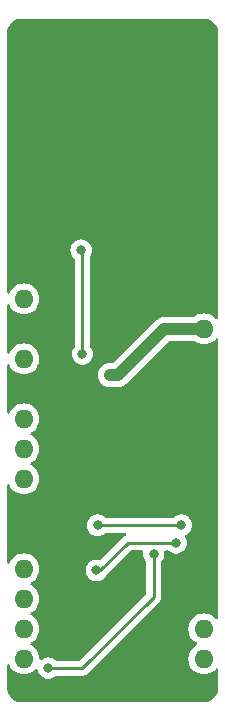
<source format=gbr>
%TF.GenerationSoftware,KiCad,Pcbnew,(6.0.11)*%
%TF.CreationDate,2023-03-05T00:30:33+01:00*%
%TF.ProjectId,gateway-nano-E01-ml01sp4,67617465-7761-4792-9d6e-616e6f2d4530,rev?*%
%TF.SameCoordinates,Original*%
%TF.FileFunction,Copper,L1,Top*%
%TF.FilePolarity,Positive*%
%FSLAX46Y46*%
G04 Gerber Fmt 4.6, Leading zero omitted, Abs format (unit mm)*
G04 Created by KiCad (PCBNEW (6.0.11)) date 2023-03-05 00:30:33*
%MOMM*%
%LPD*%
G01*
G04 APERTURE LIST*
%TA.AperFunction,ComponentPad*%
%ADD10O,1.600000X1.600000*%
%TD*%
%TA.AperFunction,ViaPad*%
%ADD11C,1.000000*%
%TD*%
%TA.AperFunction,ViaPad*%
%ADD12C,0.800000*%
%TD*%
%TA.AperFunction,Conductor*%
%ADD13C,0.250000*%
%TD*%
%TA.AperFunction,Conductor*%
%ADD14C,1.000000*%
%TD*%
G04 APERTURE END LIST*
D10*
%TO.P,A1,29,GND*%
%TO.N,GND*%
X130175000Y-88900000D03*
%TO.P,A1,27,+5V*%
%TO.N,+5V*%
X130175000Y-93980000D03*
%TO.P,A1,17,3V3*%
%TO.N,+3.3V*%
X130175000Y-119380000D03*
%TO.P,A1,16,D13*%
%TO.N,sck-nano*%
X130175000Y-121920000D03*
%TO.P,A1,15,D12*%
%TO.N,miso*%
X114935000Y-121920000D03*
%TO.P,A1,14,D11*%
%TO.N,mosi-nano*%
X114935000Y-119380000D03*
%TO.P,A1,13,D10*%
%TO.N,csn-nano*%
X114935000Y-116840000D03*
%TO.P,A1,12,D9*%
%TO.N,ce-nano*%
X114935000Y-114300000D03*
%TO.P,A1,9,D6*%
%TO.N,ledred*%
X114935000Y-106680000D03*
%TO.P,A1,8,D5*%
%TO.N,ledyellow*%
X114935000Y-104140000D03*
%TO.P,A1,7,D4*%
%TO.N,ledgreen*%
X114935000Y-101600000D03*
%TO.P,A1,5,D2*%
%TO.N,irq*%
X114935000Y-96520000D03*
%TO.P,A1,4,GND*%
%TO.N,GND*%
X114935000Y-93980000D03*
%TO.P,A1,3,~{RESET}*%
%TO.N,inclusion*%
X114935000Y-91440000D03*
%TD*%
D11*
%TO.N,GND*%
X120900000Y-120000000D03*
X120900000Y-116200000D03*
X121000000Y-112600000D03*
X118100000Y-83300000D03*
X117100000Y-72500000D03*
X128000000Y-72400000D03*
X114800000Y-124500000D03*
X122300000Y-124500000D03*
X130100000Y-124500000D03*
D12*
%TO.N,irq*%
X119900000Y-96100000D03*
X119788274Y-87311726D03*
%TO.N,ce-e01*%
X128274500Y-110600000D03*
X121188000Y-110605000D03*
%TO.N,csn-e01*%
X121073000Y-114427000D03*
X127824500Y-112100000D03*
%TO.N,miso*%
X125925500Y-113025500D03*
X117000000Y-122700000D03*
%TO.N,+5V*%
X122200000Y-97900000D03*
D11*
%TO.N,GND*%
X124500000Y-121920000D03*
%TD*%
D13*
%TO.N,miso*%
X125925500Y-113025500D02*
X125925500Y-116674500D01*
X119900000Y-122700000D02*
X117000000Y-122700000D01*
X125925500Y-116674500D02*
X119900000Y-122700000D01*
%TO.N,ce-e01*%
X128274500Y-110600000D02*
X125774500Y-110600000D01*
X125757500Y-110617000D02*
X121200000Y-110617000D01*
X125774500Y-110600000D02*
X125757500Y-110617000D01*
X121200000Y-110617000D02*
X121188000Y-110605000D01*
D14*
%TO.N,+5V*%
X122200000Y-97900000D02*
X122900000Y-97900000D01*
X126820000Y-93980000D02*
X130175000Y-93980000D01*
X122900000Y-97900000D02*
X126820000Y-93980000D01*
D13*
%TO.N,irq*%
X119900000Y-96100000D02*
X119900000Y-87423452D01*
X119900000Y-87423452D02*
X119788274Y-87311726D01*
%TO.N,csn-e01*%
X121073000Y-114427000D02*
X121412000Y-114427000D01*
X121412000Y-114427000D02*
X123739000Y-112100000D01*
X123739000Y-112100000D02*
X127824500Y-112100000D01*
%TD*%
%TA.AperFunction,Conductor*%
%TO.N,GND*%
G36*
X130130361Y-67710001D02*
G01*
X130154055Y-67713691D01*
X130168123Y-67711852D01*
X130194342Y-67711178D01*
X130200643Y-67711674D01*
X130345141Y-67723050D01*
X130364668Y-67726143D01*
X130493797Y-67757147D01*
X130535288Y-67767109D01*
X130554086Y-67773216D01*
X130716209Y-67840375D01*
X130733813Y-67849345D01*
X130883433Y-67941038D01*
X130899417Y-67952651D01*
X131032846Y-68066615D01*
X131046825Y-68080595D01*
X131160781Y-68214029D01*
X131172401Y-68230023D01*
X131264078Y-68379633D01*
X131273054Y-68397250D01*
X131300385Y-68463235D01*
X131340203Y-68559371D01*
X131346308Y-68578165D01*
X131387267Y-68748790D01*
X131390359Y-68768311D01*
X131401700Y-68912461D01*
X131401072Y-68929002D01*
X131401282Y-68929005D01*
X131401172Y-68937981D01*
X131399791Y-68946851D01*
X131400955Y-68955753D01*
X131403919Y-68978426D01*
X131404982Y-68994760D01*
X131404982Y-93056959D01*
X131384980Y-93125080D01*
X131331324Y-93171573D01*
X131261050Y-93181677D01*
X131196470Y-93152183D01*
X131183548Y-93139056D01*
X131181198Y-93135700D01*
X131019300Y-92973802D01*
X131014792Y-92970645D01*
X131014789Y-92970643D01*
X130936611Y-92915902D01*
X130831749Y-92842477D01*
X130826767Y-92840154D01*
X130826762Y-92840151D01*
X130629225Y-92748039D01*
X130629224Y-92748039D01*
X130624243Y-92745716D01*
X130618935Y-92744294D01*
X130618933Y-92744293D01*
X130408402Y-92687881D01*
X130408400Y-92687881D01*
X130403087Y-92686457D01*
X130175000Y-92666502D01*
X129946913Y-92686457D01*
X129941600Y-92687881D01*
X129941598Y-92687881D01*
X129731067Y-92744293D01*
X129731065Y-92744294D01*
X129725757Y-92745716D01*
X129720776Y-92748039D01*
X129720775Y-92748039D01*
X129523238Y-92840151D01*
X129523233Y-92840154D01*
X129518251Y-92842477D01*
X129375708Y-92942287D01*
X129366531Y-92948713D01*
X129294260Y-92971500D01*
X126881842Y-92971500D01*
X126868235Y-92970763D01*
X126836737Y-92967341D01*
X126836732Y-92967341D01*
X126830611Y-92966676D01*
X126812611Y-92968251D01*
X126780609Y-92971050D01*
X126775784Y-92971379D01*
X126773313Y-92971500D01*
X126770231Y-92971500D01*
X126747763Y-92973703D01*
X126727489Y-92975691D01*
X126726174Y-92975813D01*
X126693913Y-92978636D01*
X126633587Y-92983913D01*
X126628468Y-92985400D01*
X126623167Y-92985920D01*
X126534166Y-93012791D01*
X126533033Y-93013126D01*
X126449586Y-93037370D01*
X126449582Y-93037372D01*
X126443664Y-93039091D01*
X126438932Y-93041544D01*
X126433831Y-93043084D01*
X126428388Y-93045978D01*
X126351740Y-93086731D01*
X126350574Y-93087343D01*
X126277774Y-93125080D01*
X126268074Y-93130108D01*
X126263911Y-93133431D01*
X126259204Y-93135934D01*
X126187082Y-93194755D01*
X126186226Y-93195446D01*
X126147027Y-93226738D01*
X126144523Y-93229242D01*
X126143805Y-93229884D01*
X126139472Y-93233585D01*
X126105938Y-93260935D01*
X126102011Y-93265682D01*
X126102009Y-93265684D01*
X126076713Y-93296262D01*
X126068723Y-93305042D01*
X122519171Y-96854595D01*
X122456859Y-96888621D01*
X122430076Y-96891500D01*
X122150231Y-96891500D01*
X122147175Y-96891800D01*
X122147168Y-96891800D01*
X122088660Y-96897537D01*
X122003167Y-96905920D01*
X121997266Y-96907702D01*
X121997264Y-96907702D01*
X121923947Y-96929838D01*
X121813831Y-96963084D01*
X121639204Y-97055934D01*
X121552938Y-97126291D01*
X121490713Y-97177040D01*
X121490710Y-97177043D01*
X121485938Y-97180935D01*
X121482011Y-97185682D01*
X121482009Y-97185684D01*
X121363799Y-97328575D01*
X121363797Y-97328579D01*
X121359870Y-97333325D01*
X121265802Y-97507299D01*
X121207318Y-97696232D01*
X121206674Y-97702357D01*
X121206674Y-97702358D01*
X121201217Y-97754284D01*
X121186645Y-97892925D01*
X121204570Y-98089888D01*
X121260410Y-98279619D01*
X121352040Y-98454890D01*
X121475968Y-98609025D01*
X121480692Y-98612989D01*
X121487933Y-98619065D01*
X121627474Y-98736154D01*
X121632872Y-98739121D01*
X121632877Y-98739125D01*
X121730253Y-98792657D01*
X121800787Y-98831433D01*
X121806654Y-98833294D01*
X121806656Y-98833295D01*
X121983436Y-98889373D01*
X121989306Y-98891235D01*
X122143227Y-98908500D01*
X122838157Y-98908500D01*
X122851764Y-98909237D01*
X122883262Y-98912659D01*
X122883267Y-98912659D01*
X122889388Y-98913324D01*
X122915638Y-98911027D01*
X122939388Y-98908950D01*
X122944214Y-98908621D01*
X122946686Y-98908500D01*
X122949769Y-98908500D01*
X122961738Y-98907326D01*
X122992506Y-98904310D01*
X122993819Y-98904188D01*
X123038084Y-98900315D01*
X123086413Y-98896087D01*
X123091532Y-98894600D01*
X123096833Y-98894080D01*
X123185834Y-98867209D01*
X123186967Y-98866874D01*
X123270414Y-98842630D01*
X123270418Y-98842628D01*
X123276336Y-98840909D01*
X123281068Y-98838456D01*
X123286169Y-98836916D01*
X123302060Y-98828467D01*
X123368260Y-98793269D01*
X123369426Y-98792657D01*
X123446453Y-98752729D01*
X123451926Y-98749892D01*
X123456089Y-98746569D01*
X123460796Y-98744066D01*
X123532918Y-98685245D01*
X123533774Y-98684554D01*
X123572973Y-98653262D01*
X123575477Y-98650758D01*
X123576195Y-98650116D01*
X123580528Y-98646415D01*
X123614062Y-98619065D01*
X123643288Y-98583737D01*
X123651277Y-98574958D01*
X127200829Y-95025405D01*
X127263141Y-94991379D01*
X127289924Y-94988500D01*
X129294260Y-94988500D01*
X129366531Y-95011287D01*
X129518251Y-95117523D01*
X129523233Y-95119846D01*
X129523238Y-95119849D01*
X129720775Y-95211961D01*
X129725757Y-95214284D01*
X129731065Y-95215706D01*
X129731067Y-95215707D01*
X129941598Y-95272119D01*
X129941600Y-95272119D01*
X129946913Y-95273543D01*
X130175000Y-95293498D01*
X130403087Y-95273543D01*
X130408400Y-95272119D01*
X130408402Y-95272119D01*
X130618933Y-95215707D01*
X130618935Y-95215706D01*
X130624243Y-95214284D01*
X130629225Y-95211961D01*
X130826762Y-95119849D01*
X130826767Y-95119846D01*
X130831749Y-95117523D01*
X130963307Y-95025405D01*
X131014789Y-94989357D01*
X131014792Y-94989355D01*
X131019300Y-94986198D01*
X131181198Y-94824300D01*
X131183050Y-94821655D01*
X131241577Y-94782721D01*
X131312564Y-94781599D01*
X131372890Y-94819033D01*
X131403400Y-94883140D01*
X131404982Y-94903041D01*
X131404982Y-118456959D01*
X131384980Y-118525080D01*
X131331324Y-118571573D01*
X131261050Y-118581677D01*
X131196470Y-118552183D01*
X131183548Y-118539056D01*
X131181198Y-118535700D01*
X131019300Y-118373802D01*
X131014792Y-118370645D01*
X131014789Y-118370643D01*
X130936611Y-118315902D01*
X130831749Y-118242477D01*
X130826767Y-118240154D01*
X130826762Y-118240151D01*
X130629225Y-118148039D01*
X130629224Y-118148039D01*
X130624243Y-118145716D01*
X130618935Y-118144294D01*
X130618933Y-118144293D01*
X130408402Y-118087881D01*
X130408400Y-118087881D01*
X130403087Y-118086457D01*
X130175000Y-118066502D01*
X129946913Y-118086457D01*
X129941600Y-118087881D01*
X129941598Y-118087881D01*
X129731067Y-118144293D01*
X129731065Y-118144294D01*
X129725757Y-118145716D01*
X129720776Y-118148039D01*
X129720775Y-118148039D01*
X129523238Y-118240151D01*
X129523233Y-118240154D01*
X129518251Y-118242477D01*
X129413389Y-118315902D01*
X129335211Y-118370643D01*
X129335208Y-118370645D01*
X129330700Y-118373802D01*
X129168802Y-118535700D01*
X129037477Y-118723251D01*
X129035154Y-118728233D01*
X129035151Y-118728238D01*
X129000044Y-118803527D01*
X128940716Y-118930757D01*
X128881457Y-119151913D01*
X128861502Y-119380000D01*
X128881457Y-119608087D01*
X128940716Y-119829243D01*
X128943039Y-119834224D01*
X128943039Y-119834225D01*
X129035151Y-120031762D01*
X129035154Y-120031767D01*
X129037477Y-120036749D01*
X129168802Y-120224300D01*
X129330700Y-120386198D01*
X129335208Y-120389355D01*
X129335211Y-120389357D01*
X129413389Y-120444098D01*
X129518251Y-120517523D01*
X129523233Y-120519846D01*
X129523238Y-120519849D01*
X129557457Y-120535805D01*
X129610742Y-120582722D01*
X129630203Y-120650999D01*
X129609661Y-120718959D01*
X129557457Y-120764195D01*
X129523238Y-120780151D01*
X129523233Y-120780154D01*
X129518251Y-120782477D01*
X129413389Y-120855902D01*
X129335211Y-120910643D01*
X129335208Y-120910645D01*
X129330700Y-120913802D01*
X129168802Y-121075700D01*
X129037477Y-121263251D01*
X129035154Y-121268233D01*
X129035151Y-121268238D01*
X129000044Y-121343527D01*
X128940716Y-121470757D01*
X128881457Y-121691913D01*
X128861502Y-121920000D01*
X128881457Y-122148087D01*
X128940716Y-122369243D01*
X128943039Y-122374224D01*
X128943039Y-122374225D01*
X129035151Y-122571762D01*
X129035154Y-122571767D01*
X129037477Y-122576749D01*
X129040634Y-122581257D01*
X129123779Y-122700000D01*
X129168802Y-122764300D01*
X129330700Y-122926198D01*
X129335208Y-122929355D01*
X129335211Y-122929357D01*
X129413389Y-122984098D01*
X129518251Y-123057523D01*
X129523233Y-123059846D01*
X129523238Y-123059849D01*
X129676671Y-123131395D01*
X129725757Y-123154284D01*
X129731065Y-123155706D01*
X129731067Y-123155707D01*
X129941598Y-123212119D01*
X129941600Y-123212119D01*
X129946913Y-123213543D01*
X130175000Y-123233498D01*
X130403087Y-123213543D01*
X130408400Y-123212119D01*
X130408402Y-123212119D01*
X130618933Y-123155707D01*
X130618935Y-123155706D01*
X130624243Y-123154284D01*
X130673329Y-123131395D01*
X130826762Y-123059849D01*
X130826767Y-123059846D01*
X130831749Y-123057523D01*
X130936611Y-122984098D01*
X131014789Y-122929357D01*
X131014792Y-122929355D01*
X131019300Y-122926198D01*
X131181198Y-122764300D01*
X131183050Y-122761655D01*
X131241577Y-122722721D01*
X131312564Y-122721599D01*
X131372890Y-122759033D01*
X131403400Y-122823140D01*
X131404982Y-122843041D01*
X131404982Y-124310972D01*
X131403481Y-124330361D01*
X131399791Y-124354055D01*
X131400955Y-124362959D01*
X131400955Y-124362960D01*
X131401630Y-124368123D01*
X131402304Y-124394344D01*
X131390432Y-124545149D01*
X131387339Y-124564676D01*
X131346372Y-124735303D01*
X131340262Y-124754106D01*
X131273109Y-124916223D01*
X131264133Y-124933840D01*
X131172447Y-125083455D01*
X131160826Y-125099450D01*
X131046863Y-125232883D01*
X131032883Y-125246863D01*
X130899450Y-125360826D01*
X130883456Y-125372447D01*
X130733837Y-125464135D01*
X130716223Y-125473109D01*
X130554106Y-125540262D01*
X130535303Y-125546372D01*
X130364676Y-125587339D01*
X130345149Y-125590432D01*
X130277899Y-125595726D01*
X130201344Y-125601753D01*
X130184454Y-125601112D01*
X130184452Y-125601281D01*
X130175477Y-125601172D01*
X130166607Y-125599791D01*
X130157707Y-125600955D01*
X130157705Y-125600955D01*
X130135051Y-125603918D01*
X130118711Y-125604982D01*
X114789028Y-125604982D01*
X114769639Y-125603481D01*
X114754819Y-125601173D01*
X114745945Y-125599791D01*
X114737041Y-125600955D01*
X114737040Y-125600955D01*
X114731877Y-125601630D01*
X114705656Y-125602304D01*
X114697095Y-125601630D01*
X114673734Y-125599791D01*
X114554851Y-125590432D01*
X114535324Y-125587339D01*
X114364697Y-125546372D01*
X114345894Y-125540262D01*
X114183777Y-125473109D01*
X114166163Y-125464135D01*
X114016544Y-125372447D01*
X114000550Y-125360826D01*
X113867117Y-125246863D01*
X113853137Y-125232883D01*
X113739174Y-125099450D01*
X113727553Y-125083455D01*
X113635867Y-124933840D01*
X113626891Y-124916223D01*
X113559738Y-124754106D01*
X113553628Y-124735303D01*
X113512661Y-124564676D01*
X113509568Y-124545149D01*
X113498247Y-124401347D01*
X113498888Y-124384454D01*
X113498719Y-124384452D01*
X113498828Y-124375477D01*
X113500209Y-124366607D01*
X113498568Y-124354055D01*
X113496082Y-124335051D01*
X113495018Y-124318711D01*
X113495018Y-122496473D01*
X113515020Y-122428352D01*
X113568676Y-122381859D01*
X113638950Y-122371755D01*
X113703530Y-122401249D01*
X113735213Y-122443223D01*
X113795151Y-122571762D01*
X113795154Y-122571767D01*
X113797477Y-122576749D01*
X113800634Y-122581257D01*
X113883779Y-122700000D01*
X113928802Y-122764300D01*
X114090700Y-122926198D01*
X114095208Y-122929355D01*
X114095211Y-122929357D01*
X114173389Y-122984098D01*
X114278251Y-123057523D01*
X114283233Y-123059846D01*
X114283238Y-123059849D01*
X114436671Y-123131395D01*
X114485757Y-123154284D01*
X114491065Y-123155706D01*
X114491067Y-123155707D01*
X114701598Y-123212119D01*
X114701600Y-123212119D01*
X114706913Y-123213543D01*
X114935000Y-123233498D01*
X115163087Y-123213543D01*
X115168400Y-123212119D01*
X115168402Y-123212119D01*
X115378933Y-123155707D01*
X115378935Y-123155706D01*
X115384243Y-123154284D01*
X115433329Y-123131395D01*
X115586762Y-123059849D01*
X115586767Y-123059846D01*
X115591749Y-123057523D01*
X115696611Y-122984098D01*
X115774789Y-122929357D01*
X115774792Y-122929355D01*
X115779300Y-122926198D01*
X115892000Y-122813498D01*
X115954312Y-122779472D01*
X116025127Y-122784537D01*
X116081963Y-122827084D01*
X116101714Y-122877470D01*
X116104394Y-122876900D01*
X116105768Y-122883364D01*
X116106458Y-122889928D01*
X116165473Y-123071556D01*
X116260960Y-123236944D01*
X116265378Y-123241851D01*
X116265379Y-123241852D01*
X116347452Y-123333003D01*
X116388747Y-123378866D01*
X116543248Y-123491118D01*
X116549276Y-123493802D01*
X116549278Y-123493803D01*
X116711681Y-123566109D01*
X116717712Y-123568794D01*
X116811113Y-123588647D01*
X116898056Y-123607128D01*
X116898061Y-123607128D01*
X116904513Y-123608500D01*
X117095487Y-123608500D01*
X117101939Y-123607128D01*
X117101944Y-123607128D01*
X117188887Y-123588647D01*
X117282288Y-123568794D01*
X117288319Y-123566109D01*
X117450722Y-123493803D01*
X117450724Y-123493802D01*
X117456752Y-123491118D01*
X117611253Y-123378866D01*
X117615668Y-123373963D01*
X117620580Y-123369540D01*
X117621705Y-123370789D01*
X117675014Y-123337949D01*
X117708200Y-123333500D01*
X119821233Y-123333500D01*
X119832416Y-123334027D01*
X119839909Y-123335702D01*
X119847835Y-123335453D01*
X119847836Y-123335453D01*
X119907986Y-123333562D01*
X119911945Y-123333500D01*
X119939856Y-123333500D01*
X119943791Y-123333003D01*
X119943856Y-123332995D01*
X119955693Y-123332062D01*
X119987951Y-123331048D01*
X119991970Y-123330922D01*
X119999889Y-123330673D01*
X120019343Y-123325021D01*
X120038700Y-123321013D01*
X120050930Y-123319468D01*
X120050931Y-123319468D01*
X120058797Y-123318474D01*
X120066168Y-123315555D01*
X120066170Y-123315555D01*
X120099912Y-123302196D01*
X120111142Y-123298351D01*
X120145983Y-123288229D01*
X120145984Y-123288229D01*
X120153593Y-123286018D01*
X120160412Y-123281985D01*
X120160417Y-123281983D01*
X120171028Y-123275707D01*
X120188776Y-123267012D01*
X120207617Y-123259552D01*
X120243387Y-123233564D01*
X120253307Y-123227048D01*
X120284535Y-123208580D01*
X120284538Y-123208578D01*
X120291362Y-123204542D01*
X120305683Y-123190221D01*
X120320717Y-123177380D01*
X120330694Y-123170131D01*
X120337107Y-123165472D01*
X120365298Y-123131395D01*
X120373288Y-123122616D01*
X126317753Y-117178152D01*
X126326039Y-117170612D01*
X126332518Y-117166500D01*
X126379144Y-117116848D01*
X126381898Y-117114007D01*
X126401635Y-117094270D01*
X126404115Y-117091073D01*
X126411820Y-117082051D01*
X126436659Y-117055600D01*
X126442086Y-117049821D01*
X126445905Y-117042875D01*
X126445907Y-117042872D01*
X126451848Y-117032066D01*
X126462699Y-117015547D01*
X126470258Y-117005801D01*
X126475114Y-116999541D01*
X126478259Y-116992272D01*
X126478262Y-116992268D01*
X126492674Y-116958963D01*
X126497891Y-116948313D01*
X126519195Y-116909560D01*
X126524233Y-116889937D01*
X126530637Y-116871234D01*
X126535533Y-116859920D01*
X126535533Y-116859919D01*
X126538681Y-116852645D01*
X126539920Y-116844822D01*
X126539923Y-116844812D01*
X126545599Y-116808976D01*
X126548005Y-116797356D01*
X126557028Y-116762211D01*
X126557028Y-116762210D01*
X126559000Y-116754530D01*
X126559000Y-116734276D01*
X126560551Y-116714565D01*
X126562480Y-116702386D01*
X126563720Y-116694557D01*
X126559559Y-116650538D01*
X126559000Y-116638681D01*
X126559000Y-113728024D01*
X126579002Y-113659903D01*
X126591358Y-113643721D01*
X126664540Y-113562444D01*
X126760027Y-113397056D01*
X126819042Y-113215428D01*
X126824276Y-113165634D01*
X126838314Y-113032065D01*
X126839004Y-113025500D01*
X126822941Y-112872670D01*
X126835713Y-112802832D01*
X126884215Y-112750985D01*
X126948251Y-112733500D01*
X127116300Y-112733500D01*
X127184421Y-112753502D01*
X127203647Y-112769843D01*
X127203920Y-112769540D01*
X127208832Y-112773963D01*
X127213247Y-112778866D01*
X127367748Y-112891118D01*
X127373776Y-112893802D01*
X127373778Y-112893803D01*
X127536181Y-112966109D01*
X127542212Y-112968794D01*
X127625521Y-112986502D01*
X127722556Y-113007128D01*
X127722561Y-113007128D01*
X127729013Y-113008500D01*
X127919987Y-113008500D01*
X127926439Y-113007128D01*
X127926444Y-113007128D01*
X128023479Y-112986502D01*
X128106788Y-112968794D01*
X128112819Y-112966109D01*
X128275222Y-112893803D01*
X128275224Y-112893802D01*
X128281252Y-112891118D01*
X128435753Y-112778866D01*
X128460857Y-112750985D01*
X128559121Y-112641852D01*
X128559122Y-112641851D01*
X128563540Y-112636944D01*
X128659027Y-112471556D01*
X128718042Y-112289928D01*
X128738004Y-112100000D01*
X128718042Y-111910072D01*
X128659027Y-111728444D01*
X128629548Y-111677384D01*
X128588835Y-111606868D01*
X128572097Y-111537873D01*
X128595317Y-111470781D01*
X128646705Y-111428761D01*
X128725222Y-111393803D01*
X128725224Y-111393802D01*
X128731252Y-111391118D01*
X128885753Y-111278866D01*
X129013540Y-111136944D01*
X129109027Y-110971556D01*
X129168042Y-110789928D01*
X129188004Y-110600000D01*
X129187314Y-110593435D01*
X129168732Y-110416635D01*
X129168732Y-110416633D01*
X129168042Y-110410072D01*
X129109027Y-110228444D01*
X129013540Y-110063056D01*
X128939685Y-109981031D01*
X128890175Y-109926045D01*
X128890174Y-109926044D01*
X128885753Y-109921134D01*
X128731252Y-109808882D01*
X128725224Y-109806198D01*
X128725222Y-109806197D01*
X128562819Y-109733891D01*
X128562818Y-109733891D01*
X128556788Y-109731206D01*
X128463387Y-109711353D01*
X128376444Y-109692872D01*
X128376439Y-109692872D01*
X128369987Y-109691500D01*
X128179013Y-109691500D01*
X128172561Y-109692872D01*
X128172556Y-109692872D01*
X128085613Y-109711353D01*
X127992212Y-109731206D01*
X127986182Y-109733891D01*
X127986181Y-109733891D01*
X127823778Y-109806197D01*
X127823776Y-109806198D01*
X127817748Y-109808882D01*
X127663247Y-109921134D01*
X127658832Y-109926037D01*
X127653920Y-109930460D01*
X127652795Y-109929211D01*
X127599486Y-109962051D01*
X127566300Y-109966500D01*
X125853268Y-109966500D01*
X125842085Y-109965973D01*
X125834592Y-109964298D01*
X125826666Y-109964547D01*
X125826665Y-109964547D01*
X125766502Y-109966438D01*
X125762544Y-109966500D01*
X125734644Y-109966500D01*
X125730654Y-109967004D01*
X125718820Y-109967936D01*
X125674611Y-109969326D01*
X125666995Y-109971539D01*
X125666993Y-109971539D01*
X125655152Y-109974979D01*
X125635793Y-109978988D01*
X125628730Y-109979880D01*
X125615704Y-109981526D01*
X125615641Y-109981031D01*
X125596094Y-109983500D01*
X121907005Y-109983500D01*
X121838884Y-109963498D01*
X121813370Y-109941812D01*
X121803669Y-109931038D01*
X121803667Y-109931036D01*
X121799253Y-109926134D01*
X121644752Y-109813882D01*
X121638724Y-109811198D01*
X121638722Y-109811197D01*
X121476319Y-109738891D01*
X121476318Y-109738891D01*
X121470288Y-109736206D01*
X121376888Y-109716353D01*
X121289944Y-109697872D01*
X121289939Y-109697872D01*
X121283487Y-109696500D01*
X121092513Y-109696500D01*
X121086061Y-109697872D01*
X121086056Y-109697872D01*
X120999112Y-109716353D01*
X120905712Y-109736206D01*
X120899682Y-109738891D01*
X120899681Y-109738891D01*
X120737278Y-109811197D01*
X120737276Y-109811198D01*
X120731248Y-109813882D01*
X120576747Y-109926134D01*
X120572326Y-109931044D01*
X120572325Y-109931045D01*
X120527318Y-109981031D01*
X120448960Y-110068056D01*
X120353473Y-110233444D01*
X120294458Y-110415072D01*
X120274496Y-110605000D01*
X120275186Y-110611565D01*
X120293243Y-110783365D01*
X120294458Y-110794928D01*
X120353473Y-110976556D01*
X120448960Y-111141944D01*
X120576747Y-111283866D01*
X120731248Y-111396118D01*
X120737276Y-111398802D01*
X120737278Y-111398803D01*
X120899681Y-111471109D01*
X120905712Y-111473794D01*
X120999112Y-111493647D01*
X121086056Y-111512128D01*
X121086061Y-111512128D01*
X121092513Y-111513500D01*
X121283487Y-111513500D01*
X121289939Y-111512128D01*
X121289944Y-111512128D01*
X121376888Y-111493647D01*
X121470288Y-111473794D01*
X121476319Y-111471109D01*
X121638722Y-111398803D01*
X121638724Y-111398802D01*
X121644752Y-111396118D01*
X121799253Y-111283866D01*
X121800781Y-111282169D01*
X121863343Y-111252146D01*
X121883645Y-111250500D01*
X123503192Y-111250500D01*
X123571313Y-111270502D01*
X123617806Y-111324158D01*
X123627910Y-111394432D01*
X123598416Y-111459012D01*
X123549575Y-111493652D01*
X123539093Y-111497802D01*
X123527865Y-111501646D01*
X123485407Y-111513982D01*
X123478581Y-111518019D01*
X123467972Y-111524293D01*
X123450224Y-111532988D01*
X123431383Y-111540448D01*
X123424967Y-111545110D01*
X123424966Y-111545110D01*
X123395613Y-111566436D01*
X123385693Y-111572952D01*
X123354465Y-111591420D01*
X123354462Y-111591422D01*
X123347638Y-111595458D01*
X123333317Y-111609779D01*
X123318284Y-111622619D01*
X123301893Y-111634528D01*
X123296842Y-111640634D01*
X123273702Y-111668605D01*
X123265712Y-111677384D01*
X121428076Y-113515019D01*
X121365764Y-113549045D01*
X121312784Y-113549171D01*
X121174944Y-113519872D01*
X121174939Y-113519872D01*
X121168487Y-113518500D01*
X120977513Y-113518500D01*
X120971061Y-113519872D01*
X120971056Y-113519872D01*
X120884112Y-113538353D01*
X120790712Y-113558206D01*
X120784682Y-113560891D01*
X120784681Y-113560891D01*
X120622278Y-113633197D01*
X120622276Y-113633198D01*
X120616248Y-113635882D01*
X120610907Y-113639762D01*
X120610906Y-113639763D01*
X120599241Y-113648238D01*
X120461747Y-113748134D01*
X120333960Y-113890056D01*
X120238473Y-114055444D01*
X120179458Y-114237072D01*
X120178768Y-114243633D01*
X120178768Y-114243635D01*
X120172844Y-114300000D01*
X120159496Y-114427000D01*
X120160186Y-114433565D01*
X120170121Y-114528087D01*
X120179458Y-114616928D01*
X120238473Y-114798556D01*
X120241776Y-114804278D01*
X120241777Y-114804279D01*
X120267956Y-114849622D01*
X120333960Y-114963944D01*
X120461747Y-115105866D01*
X120616248Y-115218118D01*
X120622276Y-115220802D01*
X120622278Y-115220803D01*
X120784681Y-115293109D01*
X120790712Y-115295794D01*
X120854521Y-115309357D01*
X120971056Y-115334128D01*
X120971061Y-115334128D01*
X120977513Y-115335500D01*
X121168487Y-115335500D01*
X121174939Y-115334128D01*
X121174944Y-115334128D01*
X121291479Y-115309357D01*
X121355288Y-115295794D01*
X121361319Y-115293109D01*
X121523722Y-115220803D01*
X121523724Y-115220802D01*
X121529752Y-115218118D01*
X121684253Y-115105866D01*
X121812040Y-114963944D01*
X121857711Y-114884840D01*
X121869744Y-114867526D01*
X121877291Y-114858403D01*
X121885282Y-114849622D01*
X123964500Y-112770405D01*
X124026812Y-112736379D01*
X124053595Y-112733500D01*
X124902749Y-112733500D01*
X124970870Y-112753502D01*
X125017363Y-112807158D01*
X125028059Y-112872670D01*
X125011996Y-113025500D01*
X125012686Y-113032065D01*
X125026725Y-113165634D01*
X125031958Y-113215428D01*
X125090973Y-113397056D01*
X125186460Y-113562444D01*
X125259637Y-113643715D01*
X125290353Y-113707721D01*
X125292000Y-113728024D01*
X125292000Y-116359906D01*
X125271998Y-116428027D01*
X125255095Y-116449001D01*
X119674500Y-122029595D01*
X119612188Y-122063621D01*
X119585405Y-122066500D01*
X117708200Y-122066500D01*
X117640079Y-122046498D01*
X117620853Y-122030157D01*
X117620580Y-122030460D01*
X117615668Y-122026037D01*
X117611253Y-122021134D01*
X117456752Y-121908882D01*
X117450724Y-121906198D01*
X117450722Y-121906197D01*
X117288319Y-121833891D01*
X117288318Y-121833891D01*
X117282288Y-121831206D01*
X117188888Y-121811353D01*
X117101944Y-121792872D01*
X117101939Y-121792872D01*
X117095487Y-121791500D01*
X116904513Y-121791500D01*
X116898061Y-121792872D01*
X116898056Y-121792872D01*
X116811112Y-121811353D01*
X116717712Y-121831206D01*
X116711682Y-121833891D01*
X116711681Y-121833891D01*
X116549278Y-121906197D01*
X116549276Y-121906198D01*
X116543248Y-121908882D01*
X116537907Y-121912762D01*
X116537906Y-121912763D01*
X116445371Y-121979994D01*
X116378503Y-122003852D01*
X116309352Y-121987772D01*
X116259872Y-121936858D01*
X116245789Y-121889039D01*
X116240730Y-121831206D01*
X116229023Y-121697393D01*
X116229022Y-121697389D01*
X116228543Y-121691913D01*
X116169284Y-121470757D01*
X116109956Y-121343527D01*
X116074849Y-121268238D01*
X116074846Y-121268233D01*
X116072523Y-121263251D01*
X115941198Y-121075700D01*
X115779300Y-120913802D01*
X115774792Y-120910645D01*
X115774789Y-120910643D01*
X115696611Y-120855902D01*
X115591749Y-120782477D01*
X115586767Y-120780154D01*
X115586762Y-120780151D01*
X115552543Y-120764195D01*
X115499258Y-120717278D01*
X115479797Y-120649001D01*
X115500339Y-120581041D01*
X115552543Y-120535805D01*
X115586762Y-120519849D01*
X115586767Y-120519846D01*
X115591749Y-120517523D01*
X115696611Y-120444098D01*
X115774789Y-120389357D01*
X115774792Y-120389355D01*
X115779300Y-120386198D01*
X115941198Y-120224300D01*
X116072523Y-120036749D01*
X116074846Y-120031767D01*
X116074849Y-120031762D01*
X116166961Y-119834225D01*
X116166961Y-119834224D01*
X116169284Y-119829243D01*
X116228543Y-119608087D01*
X116248498Y-119380000D01*
X116228543Y-119151913D01*
X116169284Y-118930757D01*
X116109956Y-118803527D01*
X116074849Y-118728238D01*
X116074846Y-118728233D01*
X116072523Y-118723251D01*
X115941198Y-118535700D01*
X115779300Y-118373802D01*
X115774792Y-118370645D01*
X115774789Y-118370643D01*
X115696611Y-118315902D01*
X115591749Y-118242477D01*
X115586767Y-118240154D01*
X115586762Y-118240151D01*
X115552543Y-118224195D01*
X115499258Y-118177278D01*
X115479797Y-118109001D01*
X115500339Y-118041041D01*
X115552543Y-117995805D01*
X115586762Y-117979849D01*
X115586767Y-117979846D01*
X115591749Y-117977523D01*
X115696611Y-117904098D01*
X115774789Y-117849357D01*
X115774792Y-117849355D01*
X115779300Y-117846198D01*
X115941198Y-117684300D01*
X116072523Y-117496749D01*
X116074846Y-117491767D01*
X116074849Y-117491762D01*
X116166961Y-117294225D01*
X116166961Y-117294224D01*
X116169284Y-117289243D01*
X116223642Y-117086380D01*
X116227119Y-117073402D01*
X116227119Y-117073400D01*
X116228543Y-117068087D01*
X116248498Y-116840000D01*
X116228543Y-116611913D01*
X116169284Y-116390757D01*
X116109956Y-116263527D01*
X116074849Y-116188238D01*
X116074846Y-116188233D01*
X116072523Y-116183251D01*
X115941198Y-115995700D01*
X115779300Y-115833802D01*
X115774792Y-115830645D01*
X115774789Y-115830643D01*
X115696611Y-115775902D01*
X115591749Y-115702477D01*
X115586767Y-115700154D01*
X115586762Y-115700151D01*
X115552543Y-115684195D01*
X115499258Y-115637278D01*
X115479797Y-115569001D01*
X115500339Y-115501041D01*
X115552543Y-115455805D01*
X115586762Y-115439849D01*
X115586767Y-115439846D01*
X115591749Y-115437523D01*
X115739412Y-115334128D01*
X115774789Y-115309357D01*
X115774792Y-115309355D01*
X115779300Y-115306198D01*
X115941198Y-115144300D01*
X116072523Y-114956749D01*
X116074846Y-114951767D01*
X116074849Y-114951762D01*
X116166961Y-114754225D01*
X116166961Y-114754224D01*
X116169284Y-114749243D01*
X116228543Y-114528087D01*
X116248498Y-114300000D01*
X116228543Y-114071913D01*
X116222597Y-114049721D01*
X116170707Y-113856067D01*
X116170706Y-113856065D01*
X116169284Y-113850757D01*
X116133939Y-113774959D01*
X116074849Y-113648238D01*
X116074846Y-113648233D01*
X116072523Y-113643251D01*
X115941198Y-113455700D01*
X115779300Y-113293802D01*
X115774792Y-113290645D01*
X115774789Y-113290643D01*
X115696611Y-113235902D01*
X115591749Y-113162477D01*
X115586767Y-113160154D01*
X115586762Y-113160151D01*
X115389225Y-113068039D01*
X115389224Y-113068039D01*
X115384243Y-113065716D01*
X115378935Y-113064294D01*
X115378933Y-113064293D01*
X115168402Y-113007881D01*
X115168400Y-113007881D01*
X115163087Y-113006457D01*
X114935000Y-112986502D01*
X114706913Y-113006457D01*
X114701600Y-113007881D01*
X114701598Y-113007881D01*
X114491067Y-113064293D01*
X114491065Y-113064294D01*
X114485757Y-113065716D01*
X114480776Y-113068039D01*
X114480775Y-113068039D01*
X114283238Y-113160151D01*
X114283233Y-113160154D01*
X114278251Y-113162477D01*
X114173389Y-113235902D01*
X114095211Y-113290643D01*
X114095208Y-113290645D01*
X114090700Y-113293802D01*
X113928802Y-113455700D01*
X113797477Y-113643251D01*
X113795154Y-113648233D01*
X113795151Y-113648238D01*
X113735213Y-113776777D01*
X113688296Y-113830062D01*
X113620019Y-113849523D01*
X113552059Y-113828981D01*
X113505993Y-113774959D01*
X113495018Y-113723527D01*
X113495018Y-107256473D01*
X113515020Y-107188352D01*
X113568676Y-107141859D01*
X113638950Y-107131755D01*
X113703530Y-107161249D01*
X113735213Y-107203223D01*
X113795151Y-107331762D01*
X113795154Y-107331767D01*
X113797477Y-107336749D01*
X113928802Y-107524300D01*
X114090700Y-107686198D01*
X114095208Y-107689355D01*
X114095211Y-107689357D01*
X114173389Y-107744098D01*
X114278251Y-107817523D01*
X114283233Y-107819846D01*
X114283238Y-107819849D01*
X114480775Y-107911961D01*
X114485757Y-107914284D01*
X114491065Y-107915706D01*
X114491067Y-107915707D01*
X114701598Y-107972119D01*
X114701600Y-107972119D01*
X114706913Y-107973543D01*
X114935000Y-107993498D01*
X115163087Y-107973543D01*
X115168400Y-107972119D01*
X115168402Y-107972119D01*
X115378933Y-107915707D01*
X115378935Y-107915706D01*
X115384243Y-107914284D01*
X115389225Y-107911961D01*
X115586762Y-107819849D01*
X115586767Y-107819846D01*
X115591749Y-107817523D01*
X115696611Y-107744098D01*
X115774789Y-107689357D01*
X115774792Y-107689355D01*
X115779300Y-107686198D01*
X115941198Y-107524300D01*
X116072523Y-107336749D01*
X116074846Y-107331767D01*
X116074849Y-107331762D01*
X116166961Y-107134225D01*
X116166961Y-107134224D01*
X116169284Y-107129243D01*
X116228543Y-106908087D01*
X116248498Y-106680000D01*
X116228543Y-106451913D01*
X116169284Y-106230757D01*
X116109956Y-106103527D01*
X116074849Y-106028238D01*
X116074846Y-106028233D01*
X116072523Y-106023251D01*
X115941198Y-105835700D01*
X115779300Y-105673802D01*
X115774792Y-105670645D01*
X115774789Y-105670643D01*
X115696611Y-105615902D01*
X115591749Y-105542477D01*
X115586767Y-105540154D01*
X115586762Y-105540151D01*
X115552543Y-105524195D01*
X115499258Y-105477278D01*
X115479797Y-105409001D01*
X115500339Y-105341041D01*
X115552543Y-105295805D01*
X115586762Y-105279849D01*
X115586767Y-105279846D01*
X115591749Y-105277523D01*
X115696611Y-105204098D01*
X115774789Y-105149357D01*
X115774792Y-105149355D01*
X115779300Y-105146198D01*
X115941198Y-104984300D01*
X116072523Y-104796749D01*
X116074846Y-104791767D01*
X116074849Y-104791762D01*
X116166961Y-104594225D01*
X116166961Y-104594224D01*
X116169284Y-104589243D01*
X116228543Y-104368087D01*
X116248498Y-104140000D01*
X116228543Y-103911913D01*
X116169284Y-103690757D01*
X116109956Y-103563527D01*
X116074849Y-103488238D01*
X116074846Y-103488233D01*
X116072523Y-103483251D01*
X115941198Y-103295700D01*
X115779300Y-103133802D01*
X115774792Y-103130645D01*
X115774789Y-103130643D01*
X115696611Y-103075902D01*
X115591749Y-103002477D01*
X115586767Y-103000154D01*
X115586762Y-103000151D01*
X115552543Y-102984195D01*
X115499258Y-102937278D01*
X115479797Y-102869001D01*
X115500339Y-102801041D01*
X115552543Y-102755805D01*
X115586762Y-102739849D01*
X115586767Y-102739846D01*
X115591749Y-102737523D01*
X115696611Y-102664098D01*
X115774789Y-102609357D01*
X115774792Y-102609355D01*
X115779300Y-102606198D01*
X115941198Y-102444300D01*
X116072523Y-102256749D01*
X116074846Y-102251767D01*
X116074849Y-102251762D01*
X116166961Y-102054225D01*
X116166961Y-102054224D01*
X116169284Y-102049243D01*
X116228543Y-101828087D01*
X116248498Y-101600000D01*
X116228543Y-101371913D01*
X116169284Y-101150757D01*
X116109956Y-101023527D01*
X116074849Y-100948238D01*
X116074846Y-100948233D01*
X116072523Y-100943251D01*
X115941198Y-100755700D01*
X115779300Y-100593802D01*
X115774792Y-100590645D01*
X115774789Y-100590643D01*
X115696611Y-100535902D01*
X115591749Y-100462477D01*
X115586767Y-100460154D01*
X115586762Y-100460151D01*
X115389225Y-100368039D01*
X115389224Y-100368039D01*
X115384243Y-100365716D01*
X115378935Y-100364294D01*
X115378933Y-100364293D01*
X115168402Y-100307881D01*
X115168400Y-100307881D01*
X115163087Y-100306457D01*
X114935000Y-100286502D01*
X114706913Y-100306457D01*
X114701600Y-100307881D01*
X114701598Y-100307881D01*
X114491067Y-100364293D01*
X114491065Y-100364294D01*
X114485757Y-100365716D01*
X114480776Y-100368039D01*
X114480775Y-100368039D01*
X114283238Y-100460151D01*
X114283233Y-100460154D01*
X114278251Y-100462477D01*
X114173389Y-100535902D01*
X114095211Y-100590643D01*
X114095208Y-100590645D01*
X114090700Y-100593802D01*
X113928802Y-100755700D01*
X113797477Y-100943251D01*
X113795154Y-100948233D01*
X113795151Y-100948238D01*
X113735213Y-101076777D01*
X113688296Y-101130062D01*
X113620019Y-101149523D01*
X113552059Y-101128981D01*
X113505993Y-101074959D01*
X113495018Y-101023527D01*
X113495018Y-97096473D01*
X113515020Y-97028352D01*
X113568676Y-96981859D01*
X113638950Y-96971755D01*
X113703530Y-97001249D01*
X113735213Y-97043223D01*
X113795151Y-97171762D01*
X113795154Y-97171767D01*
X113797477Y-97176749D01*
X113928802Y-97364300D01*
X114090700Y-97526198D01*
X114095208Y-97529355D01*
X114095211Y-97529357D01*
X114173389Y-97584098D01*
X114278251Y-97657523D01*
X114283233Y-97659846D01*
X114283238Y-97659849D01*
X114480775Y-97751961D01*
X114485757Y-97754284D01*
X114491065Y-97755706D01*
X114491067Y-97755707D01*
X114701598Y-97812119D01*
X114701600Y-97812119D01*
X114706913Y-97813543D01*
X114935000Y-97833498D01*
X115163087Y-97813543D01*
X115168400Y-97812119D01*
X115168402Y-97812119D01*
X115378933Y-97755707D01*
X115378935Y-97755706D01*
X115384243Y-97754284D01*
X115389225Y-97751961D01*
X115586762Y-97659849D01*
X115586767Y-97659846D01*
X115591749Y-97657523D01*
X115696611Y-97584098D01*
X115774789Y-97529357D01*
X115774792Y-97529355D01*
X115779300Y-97526198D01*
X115941198Y-97364300D01*
X116072523Y-97176749D01*
X116074846Y-97171767D01*
X116074849Y-97171762D01*
X116166961Y-96974225D01*
X116166961Y-96974224D01*
X116169284Y-96969243D01*
X116186252Y-96905920D01*
X116227119Y-96753402D01*
X116227119Y-96753400D01*
X116228543Y-96748087D01*
X116248498Y-96520000D01*
X116228543Y-96291913D01*
X116169284Y-96070757D01*
X116109956Y-95943527D01*
X116074849Y-95868238D01*
X116074846Y-95868233D01*
X116072523Y-95863251D01*
X115941198Y-95675700D01*
X115779300Y-95513802D01*
X115774792Y-95510645D01*
X115774789Y-95510643D01*
X115642165Y-95417779D01*
X115591749Y-95382477D01*
X115586767Y-95380154D01*
X115586762Y-95380151D01*
X115389225Y-95288039D01*
X115389224Y-95288039D01*
X115384243Y-95285716D01*
X115378935Y-95284294D01*
X115378933Y-95284293D01*
X115168402Y-95227881D01*
X115168400Y-95227881D01*
X115163087Y-95226457D01*
X114935000Y-95206502D01*
X114706913Y-95226457D01*
X114701600Y-95227881D01*
X114701598Y-95227881D01*
X114491067Y-95284293D01*
X114491065Y-95284294D01*
X114485757Y-95285716D01*
X114480776Y-95288039D01*
X114480775Y-95288039D01*
X114283238Y-95380151D01*
X114283233Y-95380154D01*
X114278251Y-95382477D01*
X114227835Y-95417779D01*
X114095211Y-95510643D01*
X114095208Y-95510645D01*
X114090700Y-95513802D01*
X113928802Y-95675700D01*
X113797477Y-95863251D01*
X113795154Y-95868233D01*
X113795151Y-95868238D01*
X113735213Y-95996777D01*
X113688296Y-96050062D01*
X113620019Y-96069523D01*
X113552059Y-96048981D01*
X113505993Y-95994959D01*
X113495018Y-95943527D01*
X113495018Y-92016473D01*
X113515020Y-91948352D01*
X113568676Y-91901859D01*
X113638950Y-91891755D01*
X113703530Y-91921249D01*
X113735213Y-91963223D01*
X113795151Y-92091762D01*
X113795154Y-92091767D01*
X113797477Y-92096749D01*
X113928802Y-92284300D01*
X114090700Y-92446198D01*
X114095208Y-92449355D01*
X114095211Y-92449357D01*
X114173389Y-92504098D01*
X114278251Y-92577523D01*
X114283233Y-92579846D01*
X114283238Y-92579849D01*
X114480775Y-92671961D01*
X114485757Y-92674284D01*
X114491065Y-92675706D01*
X114491067Y-92675707D01*
X114701598Y-92732119D01*
X114701600Y-92732119D01*
X114706913Y-92733543D01*
X114935000Y-92753498D01*
X115163087Y-92733543D01*
X115168400Y-92732119D01*
X115168402Y-92732119D01*
X115378933Y-92675707D01*
X115378935Y-92675706D01*
X115384243Y-92674284D01*
X115389225Y-92671961D01*
X115586762Y-92579849D01*
X115586767Y-92579846D01*
X115591749Y-92577523D01*
X115696611Y-92504098D01*
X115774789Y-92449357D01*
X115774792Y-92449355D01*
X115779300Y-92446198D01*
X115941198Y-92284300D01*
X116072523Y-92096749D01*
X116074846Y-92091767D01*
X116074849Y-92091762D01*
X116166961Y-91894225D01*
X116166961Y-91894224D01*
X116169284Y-91889243D01*
X116228543Y-91668087D01*
X116248498Y-91440000D01*
X116228543Y-91211913D01*
X116169284Y-90990757D01*
X116109956Y-90863527D01*
X116074849Y-90788238D01*
X116074846Y-90788233D01*
X116072523Y-90783251D01*
X115941198Y-90595700D01*
X115779300Y-90433802D01*
X115774792Y-90430645D01*
X115774789Y-90430643D01*
X115696611Y-90375902D01*
X115591749Y-90302477D01*
X115586767Y-90300154D01*
X115586762Y-90300151D01*
X115389225Y-90208039D01*
X115389224Y-90208039D01*
X115384243Y-90205716D01*
X115378935Y-90204294D01*
X115378933Y-90204293D01*
X115168402Y-90147881D01*
X115168400Y-90147881D01*
X115163087Y-90146457D01*
X114935000Y-90126502D01*
X114706913Y-90146457D01*
X114701600Y-90147881D01*
X114701598Y-90147881D01*
X114491067Y-90204293D01*
X114491065Y-90204294D01*
X114485757Y-90205716D01*
X114480776Y-90208039D01*
X114480775Y-90208039D01*
X114283238Y-90300151D01*
X114283233Y-90300154D01*
X114278251Y-90302477D01*
X114173389Y-90375902D01*
X114095211Y-90430643D01*
X114095208Y-90430645D01*
X114090700Y-90433802D01*
X113928802Y-90595700D01*
X113797477Y-90783251D01*
X113795154Y-90788233D01*
X113795151Y-90788238D01*
X113735213Y-90916777D01*
X113688296Y-90970062D01*
X113620019Y-90989523D01*
X113552059Y-90968981D01*
X113505993Y-90914959D01*
X113495018Y-90863527D01*
X113495018Y-87311726D01*
X118874770Y-87311726D01*
X118894732Y-87501654D01*
X118953747Y-87683282D01*
X119049234Y-87848670D01*
X119053652Y-87853577D01*
X119053653Y-87853578D01*
X119172599Y-87985681D01*
X119177021Y-87990592D01*
X119182362Y-87994473D01*
X119182367Y-87994477D01*
X119214562Y-88017868D01*
X119257915Y-88074090D01*
X119266500Y-88119803D01*
X119266500Y-95397476D01*
X119246498Y-95465597D01*
X119234142Y-95481779D01*
X119160960Y-95563056D01*
X119065473Y-95728444D01*
X119006458Y-95910072D01*
X119005768Y-95916633D01*
X119005768Y-95916635D01*
X118989011Y-96076067D01*
X118986496Y-96100000D01*
X119006458Y-96289928D01*
X119065473Y-96471556D01*
X119160960Y-96636944D01*
X119288747Y-96778866D01*
X119443248Y-96891118D01*
X119449276Y-96893802D01*
X119449278Y-96893803D01*
X119611681Y-96966109D01*
X119617712Y-96968794D01*
X119679178Y-96981859D01*
X119798056Y-97007128D01*
X119798061Y-97007128D01*
X119804513Y-97008500D01*
X119995487Y-97008500D01*
X120001939Y-97007128D01*
X120001944Y-97007128D01*
X120120822Y-96981859D01*
X120182288Y-96968794D01*
X120188319Y-96966109D01*
X120350722Y-96893803D01*
X120350724Y-96893802D01*
X120356752Y-96891118D01*
X120511253Y-96778866D01*
X120639040Y-96636944D01*
X120734527Y-96471556D01*
X120793542Y-96289928D01*
X120813504Y-96100000D01*
X120810989Y-96076067D01*
X120794232Y-95916635D01*
X120794232Y-95916633D01*
X120793542Y-95910072D01*
X120734527Y-95728444D01*
X120639040Y-95563056D01*
X120565863Y-95481785D01*
X120535147Y-95417779D01*
X120533500Y-95397476D01*
X120533500Y-87871717D01*
X120550381Y-87808717D01*
X120619497Y-87689005D01*
X120619498Y-87689004D01*
X120622801Y-87683282D01*
X120681816Y-87501654D01*
X120701778Y-87311726D01*
X120681816Y-87121798D01*
X120622801Y-86940170D01*
X120527314Y-86774782D01*
X120399527Y-86632860D01*
X120245026Y-86520608D01*
X120238998Y-86517924D01*
X120238996Y-86517923D01*
X120076593Y-86445617D01*
X120076592Y-86445617D01*
X120070562Y-86442932D01*
X119977162Y-86423079D01*
X119890218Y-86404598D01*
X119890213Y-86404598D01*
X119883761Y-86403226D01*
X119692787Y-86403226D01*
X119686335Y-86404598D01*
X119686330Y-86404598D01*
X119599386Y-86423079D01*
X119505986Y-86442932D01*
X119499956Y-86445617D01*
X119499955Y-86445617D01*
X119337552Y-86517923D01*
X119337550Y-86517924D01*
X119331522Y-86520608D01*
X119177021Y-86632860D01*
X119049234Y-86774782D01*
X118953747Y-86940170D01*
X118894732Y-87121798D01*
X118874770Y-87311726D01*
X113495018Y-87311726D01*
X113495018Y-69002494D01*
X113496518Y-68983111D01*
X113498828Y-68968277D01*
X113498828Y-68968273D01*
X113500209Y-68959403D01*
X113498370Y-68945339D01*
X113497694Y-68919120D01*
X113509559Y-68768311D01*
X113509561Y-68768292D01*
X113512652Y-68748777D01*
X113549316Y-68596043D01*
X113553613Y-68578143D01*
X113559722Y-68559338D01*
X113626873Y-68397211D01*
X113635849Y-68379595D01*
X113727530Y-68229977D01*
X113739151Y-68213981D01*
X113853118Y-68080537D01*
X113867098Y-68066556D01*
X114000531Y-67952587D01*
X114016524Y-67940967D01*
X114166149Y-67849273D01*
X114183750Y-67840304D01*
X114345884Y-67773140D01*
X114364682Y-67767032D01*
X114535318Y-67726062D01*
X114554845Y-67722969D01*
X114614611Y-67718263D01*
X114698308Y-67711674D01*
X114715546Y-67712329D01*
X114715548Y-67712200D01*
X114724518Y-67712309D01*
X114733393Y-67713691D01*
X114764948Y-67709564D01*
X114781289Y-67708500D01*
X130110972Y-67708500D01*
X130130361Y-67710001D01*
G37*
%TD.AperFunction*%
%TD*%
M02*

</source>
